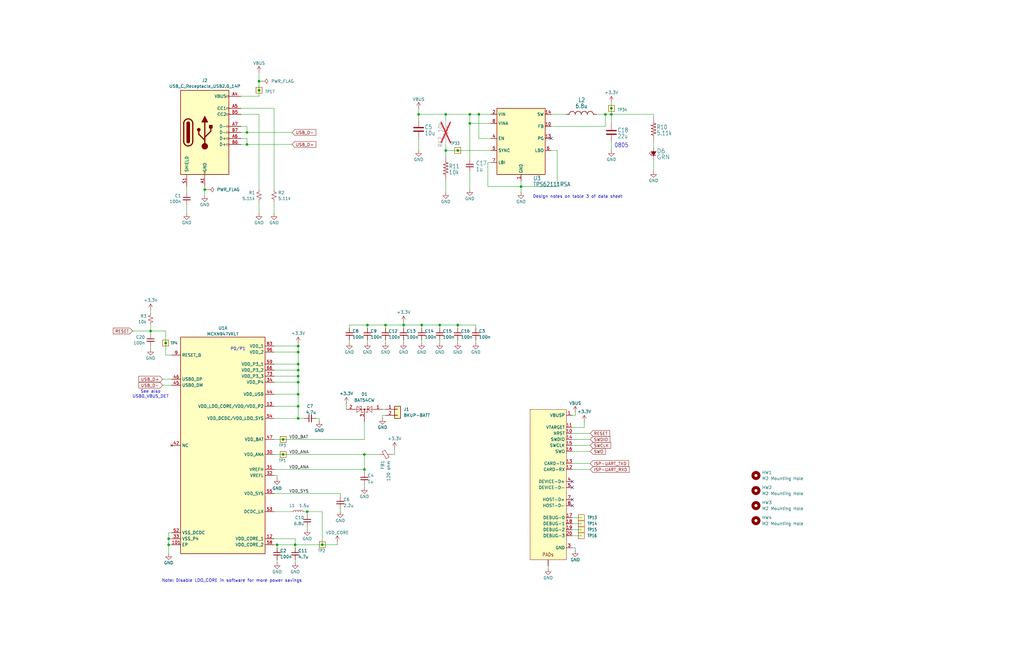
<source format=kicad_sch>
(kicad_sch (version 20250114) (generator "eeschema") (generator_version "9.0")
  (paper "B")
  (title_block (title "MCNX947KVLT Breakout") (date "2025-07-19") (rev "1.1") (company "Portland State Aerospace Society"))
  (text "See also\nUSB0_VBUS_DET" (at 63.5 166.37 0) (effects (font (size 1.27 1.27))))
  (text "P0/P1" (at 100.33 147.32 0) (effects (font (size 1.27 1.27))))
  (text "Note: Disable LDO_CORE in software for more power savings" (at 97.79 245.11 0) (effects (font (size 1.27 1.27))))
  (text "0805" (at 259.08 62.484 0) (effects (font (size 1.778 1.5113)) (justify left bottom)))
  (text "Design notes on table 3 of data sheet" (at 243.586 83.058 0) (effects (font (size 1.27 1.27))))
  (junction (at 119.38 191.77))
  (junction (at 119.38 185.42))
  (junction (at 104.14 55.88))
  (junction (at 104.14 60.96))
  (junction (at 125.73 176.53))
  (junction (at 177.8 137.16))
  (junction (at 193.04 63.5))
  (junction (at 86.36 80.01))
  (junction (at 170.18 137.16))
  (junction (at 187.96 48.26))
  (junction (at 219.71 78.74))
  (junction (at 198.12 52.07))
  (junction (at 154.94 137.16))
  (junction (at 255.27 48.26))
  (junction (at 162.56 137.16))
  (junction (at 257.81 48.26))
  (junction (at 185.42 137.16))
  (junction (at 201.93 48.26))
  (junction (at 71.12 229.87))
  (junction (at 109.22 38.1))
  (junction (at 153.67 191.77))
  (junction (at 125.73 161.29))
  (junction (at 116.84 229.87))
  (junction (at 176.53 48.26))
  (junction (at 153.67 198.12))
  (junction (at 109.22 34.29))
  (junction (at 257.81 45.72))
  (junction (at 124.46 229.87))
  (junction (at 129.54 215.9))
  (junction (at 187.96 63.5))
  (junction (at 125.73 171.45))
  (junction (at 125.73 156.21))
  (junction (at 198.12 48.26))
  (junction (at 71.12 227.33))
  (junction (at 63.5 139.7))
  (junction (at 69.85 144.78))
  (junction (at 125.73 158.75))
  (junction (at 125.73 166.37))
  (junction (at 135.89 229.87))
  (junction (at 193.04 137.16))
  (junction (at 125.73 146.05))
  (junction (at 125.73 153.67))
  (junction (at 125.73 148.59))
  (no_connect (at 241.3 205.74))
  (no_connect (at 241.3 210.82))
  (no_connect (at 232.41 58.42))
  (no_connect (at 241.3 203.2))
  (no_connect (at 241.3 213.36))
  (wire (pts (xy 207.01 52.07) (xy 198.12 52.07)))
  (wire (pts (xy 101.6 48.26) (xy 109.22 48.26)))
  (wire (pts (xy 129.54 217.17) (xy 129.54 215.9)))
  (wire (pts (xy 119.38 185.42) (xy 115.57 185.42)))
  (wire (pts (xy 69.85 139.7) (xy 69.85 144.78)))
  (wire (pts (xy 257.81 59.69) (xy 257.81 63.5)) (stroke (width 0.1524)))
  (wire (pts (xy 72.39 162.56) (xy 68.58 162.56)))
  (wire (pts (xy 234.95 63.5) (xy 234.95 78.74)) (stroke (width 0.1524)))
  (wire (pts (xy 241.3 182.88) (xy 248.92 182.88)))
  (wire (pts (xy 123.19 215.9) (xy 115.57 215.9)))
  (wire (pts (xy 207.01 58.42) (xy 201.93 58.42)))
  (wire (pts (xy 255.27 48.26) (xy 257.81 48.26)) (stroke (width 0.1524)))
  (wire (pts (xy 187.96 66.04) (xy 187.96 63.5)) (stroke (width 0.1524)))
  (wire (pts (xy 142.24 228.6) (xy 142.24 229.87)))
  (wire (pts (xy 241.3 185.42) (xy 248.92 185.42)))
  (wire (pts (xy 241.3 218.44) (xy 245.11 218.44)))
  (wire (pts (xy 166.37 191.77) (xy 166.37 189.23)))
  (wire (pts (xy 176.53 48.26) (xy 176.53 45.72)) (stroke (width 0.1524)))
  (wire (pts (xy 78.74 81.28) (xy 78.74 78.74)))
  (wire (pts (xy 125.73 161.29) (xy 115.57 161.29)))
  (wire (pts (xy 101.6 45.72) (xy 115.57 45.72)))
  (wire (pts (xy 115.57 229.87) (xy 116.84 229.87)))
  (wire (pts (xy 257.81 43.18) (xy 257.81 45.72)) (stroke (width 0.1524)))
  (wire (pts (xy 205.74 78.74) (xy 219.71 78.74)) (stroke (width 0.1524)))
  (wire (pts (xy 176.53 60.96) (xy 176.53 63.5)))
  (wire (pts (xy 109.22 48.26) (xy 109.22 80.01)))
  (wire (pts (xy 101.6 58.42) (xy 104.14 58.42)))
  (wire (pts (xy 257.81 48.26) (xy 275.59 48.26)) (stroke (width 0.1524)))
  (wire (pts (xy 71.12 224.79) (xy 71.12 227.33)))
  (wire (pts (xy 125.73 156.21) (xy 115.57 156.21)))
  (wire (pts (xy 129.54 215.9) (xy 135.89 215.9)))
  (wire (pts (xy 170.18 137.16) (xy 170.18 138.43)))
  (wire (pts (xy 115.57 176.53) (xy 125.73 176.53)))
  (wire (pts (xy 231.14 240.03) (xy 231.14 238.76)))
  (wire (pts (xy 147.32 137.16) (xy 147.32 138.43)))
  (wire (pts (xy 143.51 214.63) (xy 143.51 215.9)))
  (wire (pts (xy 177.8 137.16) (xy 185.42 137.16)))
  (wire (pts (xy 69.85 149.86) (xy 72.39 149.86)))
  (wire (pts (xy 134.62 176.53) (xy 133.35 176.53)))
  (wire (pts (xy 176.53 58.42) (xy 176.53 60.96)) (stroke (width 0.1524)))
  (wire (pts (xy 134.62 177.8) (xy 134.62 176.53)))
  (wire (pts (xy 63.5 137.16) (xy 63.5 139.7)))
  (wire (pts (xy 162.56 175.26) (xy 161.29 175.26)))
  (wire (pts (xy 187.96 50.8) (xy 187.96 48.26)) (stroke (width 0.1524)))
  (wire (pts (xy 246.38 180.34) (xy 246.38 177.8)))
  (wire (pts (xy 72.39 224.79) (xy 71.12 224.79)))
  (wire (pts (xy 185.42 143.51) (xy 185.42 144.78)))
  (wire (pts (xy 162.56 137.16) (xy 162.56 138.43)))
  (wire (pts (xy 146.05 170.18) (xy 146.05 172.72)))
  (wire (pts (xy 109.22 38.1) (xy 109.22 40.64)))
  (wire (pts (xy 154.94 137.16) (xy 162.56 137.16)))
  (wire (pts (xy 71.12 227.33) (xy 71.12 229.87)))
  (wire (pts (xy 129.54 215.9) (xy 128.27 215.9)))
  (wire (pts (xy 109.22 34.29) (xy 110.49 34.29)))
  (wire (pts (xy 193.04 143.51) (xy 193.04 144.78)))
  (wire (pts (xy 125.73 148.59) (xy 125.73 153.67)))
  (wire (pts (xy 104.14 53.34) (xy 104.14 55.88)))
  (wire (pts (xy 251.46 48.26) (xy 255.27 48.26)) (stroke (width 0.1524)))
  (wire (pts (xy 147.32 143.51) (xy 147.32 144.78)))
  (wire (pts (xy 69.85 139.7) (xy 63.5 139.7)))
  (wire (pts (xy 187.96 63.5) (xy 193.04 63.5)) (stroke (width 0.1524)))
  (wire (pts (xy 198.12 74.93) (xy 198.12 80.01)) (stroke (width 0.1524)))
  (wire (pts (xy 116.84 229.87) (xy 124.46 229.87)))
  (wire (pts (xy 109.22 34.29) (xy 109.22 38.1)))
  (wire (pts (xy 125.73 161.29) (xy 125.73 158.75)))
  (wire (pts (xy 275.59 48.26) (xy 275.59 49.53)) (stroke (width 0.1524)))
  (wire (pts (xy 177.8 143.51) (xy 177.8 144.78)))
  (wire (pts (xy 241.3 223.52) (xy 245.11 223.52)))
  (wire (pts (xy 115.57 45.72) (xy 115.57 80.01)))
  (wire (pts (xy 241.3 190.5) (xy 248.92 190.5)))
  (wire (pts (xy 275.59 67.31) (xy 275.59 72.39)) (stroke (width 0.1524)))
  (wire (pts (xy 176.53 48.26) (xy 187.96 48.26)) (stroke (width 0.1524)))
  (wire (pts (xy 170.18 143.51) (xy 170.18 144.78)))
  (wire (pts (xy 119.38 191.77) (xy 115.57 191.77)))
  (wire (pts (xy 177.8 137.16) (xy 177.8 138.43)))
  (wire (pts (xy 115.57 85.09) (xy 115.57 90.17)))
  (wire (pts (xy 153.67 198.12) (xy 153.67 199.39)))
  (wire (pts (xy 193.04 137.16) (xy 193.04 138.43)))
  (wire (pts (xy 72.39 227.33) (xy 71.12 227.33)))
  (wire (pts (xy 185.42 137.16) (xy 193.04 137.16)))
  (wire (pts (xy 205.74 68.58) (xy 205.74 78.74)) (stroke (width 0.1524)))
  (wire (pts (xy 198.12 52.07) (xy 198.12 48.26)))
  (wire (pts (xy 185.42 137.16) (xy 185.42 138.43)))
  (wire (pts (xy 187.96 63.5) (xy 187.96 60.96)) (stroke (width 0.1524)))
  (wire (pts (xy 198.12 72.39) (xy 198.12 74.93)))
  (wire (pts (xy 154.94 143.51) (xy 154.94 144.78)))
  (wire (pts (xy 101.6 53.34) (xy 104.14 53.34)))
  (wire (pts (xy 193.04 63.5) (xy 207.01 63.5)))
  (wire (pts (xy 147.32 137.16) (xy 154.94 137.16)))
  (wire (pts (xy 125.73 153.67) (xy 125.73 156.21)))
  (wire (pts (xy 115.57 153.67) (xy 125.73 153.67)))
  (wire (pts (xy 237.49 48.26) (xy 238.76 48.26)))
  (wire (pts (xy 154.94 137.16) (xy 154.94 138.43)))
  (wire (pts (xy 124.46 227.33) (xy 115.57 227.33)))
  (wire (pts (xy 242.57 231.14) (xy 242.57 232.41)))
  (wire (pts (xy 71.12 229.87) (xy 71.12 233.68)))
  (wire (pts (xy 125.73 144.78) (xy 125.73 146.05)))
  (wire (pts (xy 176.53 50.8) (xy 176.53 48.26)) (stroke (width 0.1524)))
  (wire (pts (xy 109.22 30.48) (xy 109.22 34.29)))
  (wire (pts (xy 125.73 158.75) (xy 115.57 158.75)))
  (wire (pts (xy 124.46 229.87) (xy 124.46 227.33)))
  (wire (pts (xy 104.14 58.42) (xy 104.14 60.96)))
  (wire (pts (xy 232.41 48.26) (xy 237.49 48.26)) (stroke (width 0.1524)))
  (wire (pts (xy 101.6 55.88) (xy 104.14 55.88)))
  (wire (pts (xy 241.3 180.34) (xy 246.38 180.34)))
  (wire (pts (xy 63.5 130.81) (xy 63.5 132.08)))
  (wire (pts (xy 200.66 143.51) (xy 200.66 144.78)))
  (wire (pts (xy 63.5 146.05) (xy 63.5 147.32)))
  (wire (pts (xy 170.18 137.16) (xy 177.8 137.16)))
  (wire (pts (xy 255.27 53.34) (xy 255.27 48.26)) (stroke (width 0.1524)))
  (wire (pts (xy 63.5 139.7) (xy 55.88 139.7)))
  (wire (pts (xy 198.12 48.26) (xy 201.93 48.26)) (stroke (width 0.1524)))
  (wire (pts (xy 232.41 53.34) (xy 255.27 53.34)) (stroke (width 0.1524)))
  (wire (pts (xy 125.73 166.37) (xy 125.73 171.45)))
  (wire (pts (xy 232.41 63.5) (xy 234.95 63.5)) (stroke (width 0.1524)))
  (wire (pts (xy 125.73 176.53) (xy 128.27 176.53)))
  (wire (pts (xy 116.84 229.87) (xy 116.84 231.14)))
  (wire (pts (xy 241.3 195.58) (xy 248.92 195.58)))
  (wire (pts (xy 234.95 78.74) (xy 219.71 78.74)) (stroke (width 0.1524)))
  (wire (pts (xy 125.73 158.75) (xy 125.73 156.21)))
  (wire (pts (xy 162.56 143.51) (xy 162.56 144.78)))
  (wire (pts (xy 219.71 76.2) (xy 219.71 78.74)))
  (wire (pts (xy 125.73 148.59) (xy 115.57 148.59)))
  (wire (pts (xy 115.57 208.28) (xy 143.51 208.28)))
  (wire (pts (xy 166.37 191.77) (xy 165.1 191.77)))
  (wire (pts (xy 143.51 208.28) (xy 143.51 209.55)))
  (wire (pts (xy 119.38 185.42) (xy 153.67 185.42)))
  (wire (pts (xy 115.57 198.12) (xy 153.67 198.12)))
  (wire (pts (xy 241.3 231.14) (xy 242.57 231.14)))
  (wire (pts (xy 160.02 191.77) (xy 153.67 191.77)))
  (wire (pts (xy 78.74 86.36) (xy 78.74 90.17)))
  (wire (pts (xy 187.96 76.2) (xy 187.96 81.28)) (stroke (width 0.1524)))
  (wire (pts (xy 72.39 160.02) (xy 68.58 160.02)))
  (wire (pts (xy 104.14 60.96) (xy 123.19 60.96)))
  (wire (pts (xy 257.81 48.26) (xy 257.81 45.72)) (stroke (width 0.1524)))
  (wire (pts (xy 242.57 175.26) (xy 241.3 175.26)))
  (wire (pts (xy 161.29 175.26) (xy 161.29 176.53)))
  (wire (pts (xy 135.89 229.87) (xy 124.46 229.87)))
  (wire (pts (xy 104.14 55.88) (xy 123.19 55.88)))
  (wire (pts (xy 142.24 229.87) (xy 135.89 229.87)))
  (wire (pts (xy 86.36 80.01) (xy 87.63 80.01)))
  (wire (pts (xy 275.59 59.69) (xy 275.59 62.23)))
  (wire (pts (xy 86.36 80.01) (xy 86.36 82.55)))
  (wire (pts (xy 170.18 135.89) (xy 170.18 137.16)))
  (wire (pts (xy 200.66 137.16) (xy 200.66 138.43)))
  (wire (pts (xy 116.84 200.66) (xy 116.84 201.93)))
  (wire (pts (xy 241.3 198.12) (xy 248.92 198.12)))
  (wire (pts (xy 153.67 205.74) (xy 153.67 204.47)))
  (wire (pts (xy 86.36 78.74) (xy 86.36 80.01)))
  (wire (pts (xy 201.93 48.26) (xy 201.93 58.42)))
  (wire (pts (xy 119.38 191.77) (xy 153.67 191.77)))
  (wire (pts (xy 205.74 68.58) (xy 207.01 68.58)))
  (wire (pts (xy 193.04 137.16) (xy 200.66 137.16)))
  (wire (pts (xy 162.56 137.16) (xy 170.18 137.16)))
  (wire (pts (xy 257.81 48.26) (xy 257.81 52.07)))
  (wire (pts (xy 109.22 85.09) (xy 109.22 90.17)))
  (wire (pts (xy 162.56 172.72) (xy 161.29 172.72)))
  (wire (pts (xy 242.57 173.99) (xy 242.57 175.26)))
  (wire (pts (xy 125.73 161.29) (xy 125.73 166.37)))
  (wire (pts (xy 124.46 229.87) (xy 124.46 231.14)))
  (wire (pts (xy 125.73 166.37) (xy 115.57 166.37)))
  (wire (pts (xy 115.57 171.45) (xy 125.73 171.45)))
  (wire (pts (xy 198.12 52.07) (xy 198.12 67.31)))
  (wire (pts (xy 241.3 220.98) (xy 245.11 220.98)))
  (wire (pts (xy 124.46 236.22) (xy 124.46 237.49)))
  (wire (pts (xy 115.57 200.66) (xy 116.84 200.66)))
  (wire (pts (xy 201.93 48.26) (xy 207.01 48.26)) (stroke (width 0.1524)))
  (wire (pts (xy 153.67 185.42) (xy 153.67 177.8)))
  (wire (pts (xy 125.73 171.45) (xy 125.73 176.53)))
  (wire (pts (xy 71.12 229.87) (xy 72.39 229.87)))
  (wire (pts (xy 101.6 40.64) (xy 109.22 40.64)))
  (wire (pts (xy 125.73 148.59) (xy 125.73 146.05)))
  (wire (pts (xy 129.54 222.25) (xy 129.54 223.52)))
  (wire (pts (xy 135.89 215.9) (xy 135.89 229.87)))
  (wire (pts (xy 69.85 144.78) (xy 69.85 149.86)))
  (wire (pts (xy 101.6 60.96) (xy 104.14 60.96)))
  (wire (pts (xy 153.67 191.77) (xy 153.67 198.12)))
  (wire (pts (xy 63.5 140.97) (xy 63.5 139.7)))
  (wire (pts (xy 125.73 146.05) (xy 115.57 146.05)))
  (wire (pts (xy 241.3 187.96) (xy 248.92 187.96)))
  (wire (pts (xy 187.96 48.26) (xy 198.12 48.26)) (stroke (width 0.1524)))
  (wire (pts (xy 116.84 236.22) (xy 116.84 237.49)))
  (wire (pts (xy 219.71 78.74) (xy 219.71 81.28)) (stroke (width 0.1524)))
  (wire (pts (xy 241.3 226.06) (xy 245.11 226.06)))
  (label "VDD_SYS" (at 121.92 208.28 0))
  (label "VDD_ANA" (at 121.92 191.77 0))
  (label "VDD_BAT" (at 121.92 185.42 0))
  (label "VDD_ANA" (at 121.92 198.12 0))
  (global_label "USB_D-" (shape input) (at 123.19 55.88 0) (property "Intersheetrefs" "${INTERSHEET_REFS}" (effects (hide yes))))
  (global_label "ISP-UART_RXD" (shape input) (at 248.92 198.12 0) (property "Intersheetrefs" "${INTERSHEET_REFS}" (effects (hide yes))))
  (global_label "ISP-UART_TXD" (shape input) (at 248.92 195.58 0) (property "Intersheetrefs" "${INTERSHEET_REFS}" (effects (hide yes))))
  (global_label "RESET" (shape input) (at 248.92 182.88 0) (property "Intersheetrefs" "${INTERSHEET_REFS}" (effects (hide yes))))
  (global_label "USB_D+" (shape input) (at 123.19 60.96 0) (property "Intersheetrefs" "${INTERSHEET_REFS}" (effects (hide yes))))
  (global_label "SWDIO" (shape input) (at 248.92 185.42 0) (property "Intersheetrefs" "${INTERSHEET_REFS}" (effects (hide yes))))
  (global_label "RESET" (shape input) (at 55.88 139.7 180) (property "Intersheetrefs" "${INTERSHEET_REFS}" (effects (hide yes))))
  (global_label "USB_D+" (shape input) (at 68.58 160.02 180) (property "Intersheetrefs" "${INTERSHEET_REFS}" (effects (hide yes))))
  (global_label "SWO" (shape input) (at 248.92 190.5 0) (property "Intersheetrefs" "${INTERSHEET_REFS}" (effects (hide yes))))
  (global_label "SWCLK" (shape input) (at 248.92 187.96 0) (property "Intersheetrefs" "${INTERSHEET_REFS}" (effects (hide yes))))
  (global_label "USB_D-" (shape input) (at 68.58 162.56 180) (property "Intersheetrefs" "${INTERSHEET_REFS}" (effects (hide yes))))
  (symbol (lib_id "oresat-misc:Test-Point-0.75mm-th") (at 119.38 185.42 90) (mirror x) (unit 1) (exclude_from_sim yes) (in_bom no)
    (property "Reference" "TP3" (at 120.65 187.96 90) (effects (font (size 1.27 1.0795)) (justify left)))
    (property "Value" "Test-Point" (effects (hide yes)))
    (property "Footprint" "oresat-misc:TestPoint-0.75mm-th" (effects (hide yes)))
    (property "Description" "0.75 mm TH test point; good for scope probes and jumpers" (effects (hide yes)))
  )
  (symbol (lib_id "Device:R_Small_US") (at 109.22 82.55 0) (mirror x) (unit 1)
    (property "Reference" "R1" (at 107.569 81.3378 0) (effects (justify right)))
    (property "Value" "5.11k" (at 107.569 83.7621 0) (effects (justify right)))
    (property "Footprint" "oresat-passives:0603-C-NOSILK" (effects (hide yes)))
    (property "Datasheet" "https://www.seielect.com/catalog/sei-rmcf_rmcp.pdf" (effects (hide yes)))
    (property "Description" "5.11 kOhms ±1% 0.1W, 1/10W Chip Resistor 0603 (1608 Metric) Automotive AEC-Q200 Thick Film" (effects (hide yes)))
    (property "MFR" "Stackpole Electronics Inc" (effects (hide yes)))
    (property "MPN" "RMCF0603FT5K11" (effects (hide yes)))
    (property "DIS" "DigiKey" (effects (hide yes)))
    (property "DPN" "RMCF0603FT5K11CT-ND" (effects (hide yes)))
  )
  (symbol (lib_id "power:VBUS") (at 176.53 45.72 0) (unit 1)
    (property "Reference" "#PWR030" (effects (hide yes)))
    (property "Value" "VBUS" (at 176.53 41.91 0))
    (property "Description" "Power symbol creates a global label with name \"VBUS\"" (effects (hide yes)))
  )
  (symbol (lib_id "oresat-passives:L_BIG") (at 245.11 48.26 90) (unit 1)
    (property "Reference" "L2" (at 243.84 43.18 90) (effects (font (size 1.778 1.5113)) (justify right top)))
    (property "Value" "6.8u" (at 242.57 45.72 90) (effects (font (size 1.778 1.5113)) (justify right top)))
    (property "Footprint" "oresat-passives:L_ECS-MPI4040" (effects (hide yes)))
    (property "Datasheet" "https://ecsxtal.com/store/pdf/ECS-MPI4040.pdf" (effects (hide yes)))
    (property "Description" "6.8 µH Shielded Inductor 2.4 A 91mOhm 1816 (4540 Metric)" (effects (hide yes)))
    (property "DIS" "DigiKey" (effects (hide yes)))
    (property "DPN" "XC2337CT-ND" (effects (hide yes)))
    (property "MFR" "ECS" (effects (hide yes)))
    (property "MPN" "ECS-MPI4040R4-6R8-R" (effects (hide yes)))
  )
  (symbol (lib_id "power:GND") (at 116.84 201.93 0) (mirror y) (unit 1)
    (property "Reference" "#PWR023" (effects (hide yes)))
    (property "Value" "GND" (at 116.84 206.0631 0))
    (property "Description" "Power symbol creates a global label with name \"GND\" , ground" (effects (hide yes)))
  )
  (symbol (lib_id "power:GND") (at 143.51 215.9 0) (unit 1)
    (property "Reference" "#PWR010" (effects (hide yes)))
    (property "Value" "GND" (at 143.51 219.71 0))
    (property "Description" "Power symbol creates a global label with name \"GND\" , ground" (effects (hide yes)))
  )
  (symbol (lib_id "Device:C_Small") (at 130.81 176.53 90) (unit 1)
    (property "Reference" "C7" (at 132.08 171.45 90) (effects (justify left)))
    (property "Value" "4.7u" (at 133.35 173.99 90) (effects (justify left)))
    (property "Footprint" "oresat-passives:0603-C-NOSILK" (effects (hide yes)))
    (property "Datasheet" "https://mm.digikey.com/Volume0/opasdata/d220001/medias/docus/727/EMK107BBJ475KAHT_SS.pdf" (effects (hide yes)))
    (property "Description" "4.7 µF ±10% 16V Ceramic Capacitor X5R 0603 (1608 Metric)" (effects (hide yes)))
    (property "MFR" "Taiyo Yuden" (effects (hide yes)))
    (property "MPN" "EMK107BBJ475KAHT" (effects (hide yes)))
    (property "DIS" "DigiKey" (effects (hide yes)))
    (property "DPN" "587-4332-1-ND" (effects (hide yes)))
  )
  (symbol (lib_id "Device:C_Small") (at 129.54 219.71 0) (mirror y) (unit 1)
    (property "Reference" "C10" (at 128.27 218.44 0) (effects (justify left)))
    (property "Value" "6.8u" (at 128.27 220.98 0) (effects (justify left)))
    (property "Footprint" "oresat-passives:0805-C-NOSILK" (effects (hide yes)))
    (property "Datasheet" "https://product.tdk.com/system/files/dam/doc/product/capacitor/ceramic/mlcc/catalog/mlcc_automotive_general_en.pdf" (effects (hide yes)))
    (property "Description" "6.8 µF ±10% 16V Ceramic Capacitor X5R 0805 (2012 Metric)" (effects (hide yes)))
    (property "MFR" "TDK Corporation" (effects (hide yes)))
    (property "MPN" "CGA4J1X5R1C685K125AC" (effects (hide yes)))
    (property "DIS" "DigiKey" (effects (hide yes)))
    (property "DPN" "445-12661-1-ND" (effects (hide yes)))
  )
  (symbol (lib_id "power:GND") (at 198.12 80.01 0) (unit 1)
    (property "Reference" "#GND068" (effects (hide yes)))
    (property "Value" "GND" (at 198.12 83.82 0))
    (property "Description" "Power symbol creates a global label with name \"GND\" , ground" (effects (hide yes)))
  )
  (symbol (lib_id "Device:C") (at 176.53 54.61 0) (unit 1)
    (property "Reference" "C5" (at 179.07 54.61 0) (effects (font (size 1.778 1.5113)) (justify left bottom)))
    (property "Value" "10u" (at 179.07 57.15 0) (effects (font (size 1.778 1.5113)) (justify left bottom)))
    (property "Footprint" "oresat-passives:0603-C-NOSILK" (effects (hide yes)))
    (property "Datasheet" "https://search.murata.co.jp/Ceramy/image/img/A01X/G101/ENG/GRM188R61E106KA73-01.pdf" (effects (hide yes)))
    (property "Description" "10 µF ±10% 25V Ceramic Capacitor X5R 0603 (1608 Metric)" (effects (hide yes)))
    (property "DIS" "DigiKey" (effects (hide yes)))
    (property "DPN" "490-18214-1-ND" (effects (hide yes)))
    (property "MFR" "Murata Electronics" (effects (hide yes)))
    (property "MPN" "GRM188R61E106KA73D" (effects (hide yes)))
  )
  (symbol (lib_id "Device:C_Small") (at 154.94 140.97 0) (unit 1)
    (property "Reference" "C9" (at 156.21 139.7 0) (effects (justify left)))
    (property "Value" "100n" (at 156.21 142.24 0) (effects (justify left)))
    (property "Footprint" "oresat-passives:0603-C-NOSILK" (effects (hide yes)))
    (property "Datasheet" "https://mm.digikey.com/Volume0/opasdata/d220001/medias/docus/1068/TMK107BJ104KAHT_SS.pdf" (effects (hide yes)))
    (property "Description" "100 nF (0.1µF) ±10% 25V Ceramic Capacitor X5R 0603 (1608 Metric)" (effects (hide yes)))
    (property "MFR" "Taiyo Yuden" (effects (hide yes)))
    (property "MPN" "TMK107BJ104KAHT" (effects (hide yes)))
    (property "DIS" "DigiKey" (effects (hide yes)))
    (property "DPN" "587-3472-1-ND" (effects (hide yes)))
  )
  (symbol (lib_id "power:GND") (at 219.71 81.28 0) (unit 1)
    (property "Reference" "#GND067" (effects (hide yes)))
    (property "Value" "GND" (at 219.71 85.09 0))
    (property "Description" "Power symbol creates a global label with name \"GND\" , ground" (effects (hide yes)))
  )
  (symbol (lib_id "oresat-misc:Test-Point-0.75mm-th") (at 69.85 144.78 90) (mirror x) (unit 1) (exclude_from_sim yes) (in_bom no)
    (property "Reference" "TP4" (at 74.93 144.78 90) (effects (font (size 1.27 1.0795)) (justify left)))
    (property "Value" "Test-Point" (effects (hide yes)))
    (property "Footprint" "oresat-misc:TestPoint-0.75mm-th" (effects (hide yes)))
    (property "Description" "0.75 mm TH test point; good for scope probes and jumpers" (effects (hide yes)))
  )
  (symbol (lib_id "Mechanical:MountingHole") (at 318.77 200.66 0) (unit 1) (in_bom no)
    (property "Reference" "HW1" (at 321.31 199.3899 0) (effects (justify left)))
    (property "Value" "M2 Mounting Hole" (at 321.31 201.9299 0) (effects (justify left)))
    (property "Footprint" "oresat-misc:Hole-2.1mm-NPTH" (effects (hide yes)))
    (property "Description" "Mounting Hole without connection" (effects (hide yes)))
  )
  (symbol (lib_id "power:GND") (at 147.32 144.78 0) (unit 1)
    (property "Reference" "#PWR016" (effects (hide yes)))
    (property "Value" "GND" (at 147.32 148.59 0))
    (property "Description" "Power symbol creates a global label with name \"GND\" , ground" (effects (hide yes)))
  )
  (symbol (lib_id "power:PWR_FLAG") (at 87.63 80.01 270) (unit 1)
    (property "Reference" "#FLG02" (effects (hide yes)))
    (property "Value" "PWR_FLAG" (at 91.44 80.0099 90) (effects (justify left)))
    (property "Description" "Special symbol for telling ERC where power comes from" (effects (hide yes)))
  )
  (symbol (lib_id "oresat-ics:TPS6211X") (at 219.71 55.88 0) (unit 1)
    (property "Reference" "U3" (at 224.79 76.2 0) (effects (font (size 1.778 1.5113)) (justify left bottom)))
    (property "Value" "TPS62111RSA" (at 224.79 78.74 0) (effects (font (size 1.778 1.5113)) (justify left bottom)))
    (property "Footprint" "Package_DFN_QFN:Texas_RSA_VQFN-16-1EP_4x4mm_P0.65mm_EP2.7x2.7mm" (effects (hide yes)))
    (property "Datasheet" "https://www.ti.com/lit/ds/symlink/tps62110.pdf?ts=1752185757661&ref_url=https%253A%252F%252Fwww.google.com%252F" (effects (hide yes)))
    (property "Description" "Buck Switching Regulator IC Positive Fixed 3.3V 1 Output 1.5A 16-VQFN Exposed Pad" (effects (hide yes)))
    (property "DIS" "DigiKey" (effects (hide yes)))
    (property "DPN" "296-37681-2-ND" (effects (hide yes)))
    (property "MFR" "Texas Instruments" (effects (hide yes)))
    (property "MPN" "TPS62111RSAR" (effects (hide yes)))
  )
  (symbol (lib_id "Device:C_Small") (at 200.66 140.97 0) (unit 1)
    (property "Reference" "C3" (at 201.93 139.7 0) (effects (justify left)))
    (property "Value" "100n" (at 201.93 142.24 0) (effects (justify left)))
    (property "Footprint" "oresat-passives:0603-C-NOSILK" (effects (hide yes)))
    (property "Datasheet" "https://mm.digikey.com/Volume0/opasdata/d220001/medias/docus/1068/TMK107BJ104KAHT_SS.pdf" (effects (hide yes)))
    (property "Description" "100 nF (0.1µF) ±10% 25V Ceramic Capacitor X5R 0603 (1608 Metric)" (effects (hide yes)))
    (property "MFR" "Taiyo Yuden" (effects (hide yes)))
    (property "MPN" "TMK107BJ104KAHT" (effects (hide yes)))
    (property "DIS" "DigiKey" (effects (hide yes)))
    (property "DPN" "587-3472-1-ND" (effects (hide yes)))
  )
  (symbol (lib_id "Device:C_Small") (at 162.56 140.97 0) (unit 1)
    (property "Reference" "C12" (at 163.83 139.7 0) (effects (justify left)))
    (property "Value" "100n" (at 163.83 142.24 0) (effects (justify left)))
    (property "Footprint" "oresat-passives:0603-C-NOSILK" (effects (hide yes)))
    (property "Datasheet" "https://mm.digikey.com/Volume0/opasdata/d220001/medias/docus/1068/TMK107BJ104KAHT_SS.pdf" (effects (hide yes)))
    (property "Description" "100 nF (0.1µF) ±10% 25V Ceramic Capacitor X5R 0603 (1608 Metric)" (effects (hide yes)))
    (property "MFR" "Taiyo Yuden" (effects (hide yes)))
    (property "MPN" "TMK107BJ104KAHT" (effects (hide yes)))
    (property "DIS" "DigiKey" (effects (hide yes)))
    (property "DPN" "587-3472-1-ND" (effects (hide yes)))
  )
  (symbol (lib_id "oresat-misc:Test-Point-0.75mm-th") (at 193.04 63.5 0) (unit 1) (in_bom no)
    (property "Reference" "TP33" (at 189.738 61.214 0) (effects (font (size 1.27 1.0795)) (justify left bottom)))
    (property "Value" "Test-Point" (effects (hide yes)))
    (property "Footprint" "oresat-misc:TestPoint-0.75mm-th" (effects (hide yes)))
    (property "Description" "0.75 mm TH test point; good for scope probes and jumpers" (effects (hide yes)))
  )
  (symbol (lib_id "power:VDD") (at 142.24 228.6 0) (mirror y) (unit 1)
    (property "Reference" "#PWR012" (effects (hide yes)))
    (property "Value" "VDD_CORE" (at 142.24 224.79 0))
    (property "Description" "Power symbol creates a global label with name \"VDD_CORE\"" (effects (hide yes)))
  )
  (symbol (lib_id "Device:R_Small_US") (at 63.5 134.62 0) (mirror x) (unit 1)
    (property "Reference" "R3" (at 61.849 133.4078 0) (effects (justify right)))
    (property "Value" "10k" (at 61.849 135.8321 0) (effects (justify right)))
    (property "Footprint" "oresat-passives:0603-C-NOSILK" (effects (hide yes)))
    (property "Datasheet" "https://www.seielect.com/catalog/sei-rmcf_rmcp.pdf" (effects (hide yes)))
    (property "Description" "10 kOhms ±1% 0.1W, 1/10W Chip Resistor 0603 (1608 Metric) Automotive AEC-Q200 Thick Film" (effects (hide yes)))
    (property "MFR" "Stackpole Electronics Inc" (effects (hide yes)))
    (property "MPN" "RMCF0603FT10K0" (effects (hide yes)))
    (property "DIS" "DigiKey" (effects (hide yes)))
    (property "DPN" "RMCF0603FT10K0CT-ND" (effects (hide yes)))
  )
  (symbol (lib_id "power:GND") (at 257.81 63.5 0) (mirror y) (unit 1)
    (property "Reference" "#GND070" (effects (hide yes)))
    (property "Value" "GND" (at 257.81 67.31 0))
    (property "Description" "Power symbol creates a global label with name \"GND\" , ground" (effects (hide yes)))
  )
  (symbol (lib_id "Device:C_Small") (at 116.84 233.68 0) (unit 1)
    (property "Reference" "C2" (at 118.11 232.41 0) (effects (justify left)))
    (property "Value" "100n" (at 118.11 234.95 0) (effects (justify left)))
    (property "Footprint" "oresat-passives:0603-C-NOSILK" (effects (hide yes)))
    (property "Datasheet" "https://mm.digikey.com/Volume0/opasdata/d220001/medias/docus/1068/TMK107BJ104KAHT_SS.pdf" (effects (hide yes)))
    (property "Description" "100 nF (0.1µF) ±10% 25V Ceramic Capacitor X5R 0603 (1608 Metric)" (effects (hide yes)))
    (property "MFR" "Taiyo Yuden" (effects (hide yes)))
    (property "MPN" "TMK107BJ104KAHT" (effects (hide yes)))
    (property "DIS" "DigiKey" (effects (hide yes)))
    (property "DPN" "587-3472-1-ND" (effects (hide yes)))
  )
  (symbol (lib_id "Device:C_Small") (at 185.42 140.97 0) (unit 1)
    (property "Reference" "C15" (at 186.69 139.7 0) (effects (justify left)))
    (property "Value" "100n" (at 186.69 142.24 0) (effects (justify left)))
    (property "Footprint" "oresat-passives:0603-C-NOSILK" (effects (hide yes)))
    (property "Datasheet" "https://mm.digikey.com/Volume0/opasdata/d220001/medias/docus/1068/TMK107BJ104KAHT_SS.pdf" (effects (hide yes)))
    (property "Description" "100 nF (0.1µF) ±10% 25V Ceramic Capacitor X5R 0603 (1608 Metric)" (effects (hide yes)))
    (property "MFR" "Taiyo Yuden" (effects (hide yes)))
    (property "MPN" "TMK107BJ104KAHT" (effects (hide yes)))
    (property "DIS" "DigiKey" (effects (hide yes)))
    (property "DPN" "587-3472-1-ND" (effects (hide yes)))
  )
  (symbol (lib_id "power:GND") (at 193.04 144.78 0) (unit 1)
    (property "Reference" "#PWR028" (effects (hide yes)))
    (property "Value" "GND" (at 193.04 148.59 0))
    (property "Description" "Power symbol creates a global label with name \"GND\" , ground" (effects (hide yes)))
  )
  (symbol (lib_id "power:GND") (at 231.14 240.03 0) (unit 1)
    (property "Reference" "#PWR055" (effects (hide yes)))
    (property "Value" "GND" (at 231.14 243.84 0))
    (property "Description" "Power symbol creates a global label with name \"GND\" , ground" (effects (hide yes)))
  )
  (symbol (lib_id "oresat-connectors:ORESAT-DEBUG-CONNECTOR-ALL") (at 229.87 203.2 0) (unit 1)
    (property "Reference" "J7" (effects (hide yes)))
    (property "Value" "OreSat Debug" (effects (hide yes)))
    (property "Footprint" "oresat-connectors:J-TE-2-1734592-0" (effects (hide yes)))
    (property "Datasheet" "https://www.te.com/usa-en/product-2-1734592-0.datasheet.pdf" (effects (hide yes)))
    (property "Description" "20 Position FPC Connector Contacts, Bottom 0.020\" (0.50mm) Surface Mount, Right Angle" (effects (hide yes)))
    (property "MFR" "TE" (effects (hide yes)))
    (property "MPN" "2-1734592-0" (effects (hide yes)))
    (property "DIS" "DigiKey" (effects (hide yes)))
    (property "DPN" "A100287CT-ND" (effects (hide yes)))
  )
  (symbol (lib_id "oresat-passives:R-US") (at 187.96 71.12 90) (unit 1)
    (property "Reference" "R11" (at 189.23 71.12 90) (effects (font (size 1.778 1.5113)) (justify right top)))
    (property "Value" "10k" (at 189.23 73.66 90) (effects (font (size 1.778 1.5113)) (justify right top)))
    (property "Footprint" "oresat-passives:0603-C-NOSILK" (effects (hide yes)))
    (property "Datasheet" "https://www.seielect.com/catalog/sei-rmcf_rmcp.pdf" (effects (hide yes)))
    (property "Description" "10 kOhms ±1% 0.1W, 1/10W Chip Resistor 0603 (1608 Metric) Automotive AEC-Q200 Thick Film" (effects (hide yes)))
    (property "DIS" "DigiKey" (effects (hide yes)))
    (property "DPN" "RMCF0603FT10K0CT-ND" (effects (hide yes)))
    (property "MFR" "Stackpole Electronics Inc" (effects (hide yes)))
    (property "MPN" "RMCF0603FT10K0" (effects (hide yes)))
  )
  (symbol (lib_id "Device:C_Small") (at 143.51 212.09 0) (unit 1)
    (property "Reference" "C6" (at 144.78 210.82 0) (effects (justify left)))
    (property "Value" "2.2u" (at 144.78 213.36 0) (effects (justify left)))
    (property "Footprint" "oresat-passives:0603-C-NOSILK" (effects (hide yes)))
    (property "Datasheet" "https://ds.yuden.co.jp/TYCOMPAS/ut/download?pn=MCASU105AB7683KFCA01&fileType=CS" (effects (hide yes)))
    (property "Description" "2.2 µF ±20% 25V Ceramic Capacitor X5R 0603 (1608 Metric)" (effects (hide yes)))
    (property "MFR" "Taiyo Yuden" (effects (hide yes)))
    (property "MPN" "TMK107BBJ225MAHT" (effects (hide yes)))
    (property "DIS" "DigiKey" (effects (hide yes)))
    (property "DPN" "587-4929-1-ND" (effects (hide yes)))
  )
  (symbol (lib_id "power:+3.3V") (at 146.05 170.18 0) (mirror y) (unit 1)
    (property "Reference" "#PWR013" (effects (hide yes)))
    (property "Value" "+3.3V" (at 146.05 166.0469 0))
    (property "Description" "Power symbol creates a global label with name \"+3.3V\"" (effects (hide yes)))
  )
  (symbol (lib_id "power:GND") (at 109.22 90.17 0) (unit 1)
    (property "Reference" "#PWR015" (effects (hide yes)))
    (property "Value" "GND" (at 109.22 93.98 0))
    (property "Description" "Power symbol creates a global label with name \"GND\" , ground" (effects (hide yes)))
  )
  (symbol (lib_id "oresat-misc:Test-Point-0.75mm-th") (at 119.38 191.77 90) (mirror x) (unit 1) (exclude_from_sim yes) (in_bom no)
    (property "Reference" "TP1" (at 120.65 194.31 90) (effects (font (size 1.27 1.0795)) (justify left)))
    (property "Value" "Test-Point" (effects (hide yes)))
    (property "Footprint" "oresat-misc:TestPoint-0.75mm-th" (effects (hide yes)))
    (property "Description" "0.75 mm TH test point; good for scope probes and jumpers" (effects (hide yes)))
  )
  (symbol (lib_id "power:GND") (at 86.36 82.55 0) (unit 1)
    (property "Reference" "#PWR04" (effects (hide yes)))
    (property "Value" "GND" (at 86.36 86.36 0))
    (property "Description" "Power symbol creates a global label with name \"GND\" , ground" (effects (hide yes)))
  )
  (symbol (lib_id "power:GND") (at 275.59 72.39 0) (mirror y) (unit 1)
    (property "Reference" "#GND05" (effects (hide yes)))
    (property "Value" "GND" (at 275.59 76.2 0))
    (property "Description" "Power symbol creates a global label with name \"GND\" , ground" (effects (hide yes)))
  )
  (symbol (lib_id "Device:FerriteBead_Small") (at 162.56 191.77 270) (mirror x) (unit 1)
    (property "Reference" "FB1" (at 161.328 194.31 0) (effects (justify right)))
    (property "Value" "120 ohm" (at 163.868 194.31 0) (effects (justify right)))
    (property "Footprint" "oresat-passives:0805-B-NOSILK" (effects (hide yes)))
    (property "Datasheet" "https://www.fair-rite.com/wp-content/themes/fair-rite/print_product.php?pid=19226" (effects (hide yes)))
    (property "Description" "120 Ohms @ 100 MHz 1 Signal Line Ferrite Bead 0805 (2012 Metric) 6A 25mOhm" (effects (hide yes)))
    (property "MFR" "Fair-Rite" (effects (hide yes)))
    (property "MPN" "2508051217Y6" (effects (hide yes)))
    (property "DIS" "DigiKey" (effects (hide yes)))
    (property "DPN" "1934-1472-1-ND" (effects (hide yes)))
  )
  (symbol (lib_id "power:GND") (at 115.57 90.17 0) (unit 1)
    (property "Reference" "#PWR017" (effects (hide yes)))
    (property "Value" "GND" (at 115.57 93.98 0))
    (property "Description" "Power symbol creates a global label with name \"GND\" , ground" (effects (hide yes)))
  )
  (symbol (lib_id "Device:C_Small") (at 124.46 233.68 0) (unit 1)
    (property "Reference" "C11" (at 125.73 232.41 0) (effects (justify left)))
    (property "Value" "4.7u" (at 125.73 234.95 0) (effects (justify left)))
    (property "Footprint" "oresat-passives:0603-C-NOSILK" (effects (hide yes)))
    (property "Datasheet" "https://mm.digikey.com/Volume0/opasdata/d220001/medias/docus/727/EMK107BBJ475KAHT_SS.pdf" (effects (hide yes)))
    (property "Description" "4.7 µF ±10% 16V Ceramic Capacitor X5R 0603 (1608 Metric)" (effects (hide yes)))
    (property "MFR" "Taiyo Yuden" (effects (hide yes)))
    (property "MPN" "EMK107BBJ475KAHT" (effects (hide yes)))
    (property "DIS" "DigiKey" (effects (hide yes)))
    (property "DPN" "587-4332-1-ND" (effects (hide yes)))
  )
  (symbol (lib_id "Device:C_Small") (at 153.67 201.93 0) (unit 1)
    (property "Reference" "C4" (at 154.94 200.66 0) (effects (justify left)))
    (property "Value" "1u" (at 154.94 203.2 0) (effects (justify left)))
    (property "Footprint" "oresat-passives:0603-C-NOSILK" (effects (hide yes)))
    (property "Datasheet" "https://mm.digikey.com/Volume0/opasdata/d220001/medias/docus/1801/TMK107BJ105KAHT_SS.pdf" (effects (hide yes)))
    (property "Description" "1µF ±10% 25V Ceramic Capacitor X5R 0603 (1608 Metric)" (effects (hide yes)))
    (property "MFR" "Taiyo Yuden" (effects (hide yes)))
    (property "MPN" "TMK107BJ105KAHT" (effects (hide yes)))
    (property "DIS" "DigiKey" (effects (hide yes)))
    (property "DPN" "587-3473-1-ND" (effects (hide yes)))
  )
  (symbol (lib_id "Device:LED_Small_Filled") (at 275.59 64.77 90) (unit 1)
    (property "Reference" "D6" (at 276.86 64.77 90) (effects (font (size 1.778 1.778)) (justify right top)))
    (property "Value" "GRN" (at 276.86 67.31 90) (effects (font (size 1.778 1.778)) (justify right top)))
    (property "Footprint" "LED_SMD:LED_0603_1608Metric" (effects (hide yes)))
    (property "Datasheet" "https://www.we-online.com/components/products/datasheet/150060GS75000.pdf" (effects (hide yes)))
    (property "Description" "Green 520nm LED Indication - Discrete 3.2V 0603 (1608 Metric) - 430 mcd @ 20 mA" (effects (hide yes)))
    (property "DIS" "DigiKey" (effects (hide yes)))
    (property "DPN" "732-4971-1-ND" (effects (hide yes)))
    (property "MFR" "Wurth" (effects (hide yes)))
    (property "MPN" "150060GS75000" (effects (hide yes)))
    (property "Sim.Device" "D" (effects (hide yes)))
    (property "Sim.Pins" "1=K 2=A" (effects (hide yes)))
  )
  (symbol (lib_id "power:GND") (at 170.18 144.78 0) (unit 1)
    (property "Reference" "#PWR024" (effects (hide yes)))
    (property "Value" "GND" (at 170.18 148.59 0))
    (property "Description" "Power symbol creates a global label with name \"GND\" , ground" (effects (hide yes)))
  )
  (symbol (lib_id "power:GND") (at 154.94 144.78 0) (unit 1)
    (property "Reference" "#PWR018" (effects (hide yes)))
    (property "Value" "GND" (at 154.94 148.59 0))
    (property "Description" "Power symbol creates a global label with name \"GND\" , ground" (effects (hide yes)))
  )
  (symbol (lib_id "power:VBUS") (at 109.22 30.48 0) (unit 1)
    (property "Reference" "#PWR014" (effects (hide yes)))
    (property "Value" "VBUS" (at 109.22 26.67 0))
    (property "Description" "Power symbol creates a global label with name \"VBUS\"" (effects (hide yes)))
  )
  (symbol (lib_id "power:PWR_FLAG") (at 110.49 34.29 270) (unit 1)
    (property "Reference" "#FLG03" (effects (hide yes)))
    (property "Value" "PWR_FLAG" (at 114.3 34.2899 90) (effects (justify left)))
    (property "Description" "Special symbol for telling ERC where power comes from" (effects (hide yes)))
  )
  (symbol (lib_id "oresat-misc:Test-Point-0.75mm-th") (at 245.11 223.52 0) (unit 1) (exclude_from_sim yes) (in_bom no)
    (property "Reference" "TP15" (at 247.65 223.5199 0) (effects (font (size 1.27 1.0795)) (justify left)))
    (property "Value" "Test-Point" (effects (hide yes)))
    (property "Footprint" "oresat-misc:TestPoint-0.75mm-th" (effects (hide yes)))
    (property "Description" "0.75 mm TH test point; good for scope probes and jumpers" (effects (hide yes)))
  )
  (symbol (lib_id "power:GND") (at 134.62 177.8 0) (mirror y) (unit 1)
    (property "Reference" "#PWR011" (effects (hide yes)))
    (property "Value" "GND" (at 134.62 181.61 0))
    (property "Description" "Power symbol creates a global label with name \"GND\" , ground" (effects (hide yes)))
  )
  (symbol (lib_id "oresat-misc:Test-Point-0.75mm-th") (at 245.11 220.98 0) (unit 1) (exclude_from_sim yes) (in_bom no)
    (property "Reference" "TP14" (at 247.65 220.9799 0) (effects (font (size 1.27 1.0795)) (justify left)))
    (property "Value" "Test-Point" (effects (hide yes)))
    (property "Footprint" "oresat-misc:TestPoint-0.75mm-th" (effects (hide yes)))
    (property "Description" "0.75 mm TH test point; good for scope probes and jumpers" (effects (hide yes)))
  )
  (symbol (lib_id "power:GND") (at 185.42 144.78 0) (unit 1)
    (property "Reference" "#PWR027" (effects (hide yes)))
    (property "Value" "GND" (at 185.42 148.59 0))
    (property "Description" "Power symbol creates a global label with name \"GND\" , ground" (effects (hide yes)))
  )
  (symbol (lib_id "power:GND") (at 176.53 63.5 0) (unit 1)
    (property "Reference" "#GND069" (effects (hide yes)))
    (property "Value" "GND" (at 176.53 67.31 0))
    (property "Description" "Power symbol creates a global label with name \"GND\" , ground" (effects (hide yes)))
  )
  (symbol (lib_id "oresat-misc:Test-Point-0.75mm-th") (at 257.81 45.72 0) (unit 1) (in_bom no)
    (property "Reference" "TP34" (at 260.35 46.99 0) (effects (font (size 1.27 1.0795)) (justify left bottom)))
    (property "Value" "Test-Point" (effects (hide yes)))
    (property "Footprint" "oresat-misc:TestPoint-0.75mm-th" (effects (hide yes)))
    (property "Description" "0.75 mm TH test point; good for scope probes and jumpers" (effects (hide yes)))
  )
  (symbol (lib_id "Mechanical:MountingHole") (at 318.77 219.71 0) (unit 1) (in_bom no)
    (property "Reference" "HW4" (at 321.31 218.4399 0) (effects (justify left)))
    (property "Value" "M2 Mounting Hole" (at 321.31 220.9799 0) (effects (justify left)))
    (property "Footprint" "oresat-misc:Hole-2.1mm-NPTH" (effects (hide yes)))
    (property "Description" "Mounting Hole without connection" (effects (hide yes)))
  )
  (symbol (lib_id "Device:C_Small") (at 170.18 140.97 0) (unit 1)
    (property "Reference" "C13" (at 171.45 139.7 0) (effects (justify left)))
    (property "Value" "100n" (at 171.45 142.24 0) (effects (justify left)))
    (property "Footprint" "oresat-passives:0603-C-NOSILK" (effects (hide yes)))
    (property "Datasheet" "https://mm.digikey.com/Volume0/opasdata/d220001/medias/docus/1068/TMK107BJ104KAHT_SS.pdf" (effects (hide yes)))
    (property "Description" "100 nF (0.1µF) ±10% 25V Ceramic Capacitor X5R 0603 (1608 Metric)" (effects (hide yes)))
    (property "MFR" "Taiyo Yuden" (effects (hide yes)))
    (property "MPN" "TMK107BJ104KAHT" (effects (hide yes)))
    (property "DIS" "DigiKey" (effects (hide yes)))
    (property "DPN" "587-3472-1-ND" (effects (hide yes)))
  )
  (symbol (lib_id "oresat-misc:Test-Point-0.75mm-th") (at 245.11 218.44 0) (unit 1) (exclude_from_sim yes) (in_bom no)
    (property "Reference" "TP13" (at 247.65 218.4399 0) (effects (font (size 1.27 1.0795)) (justify left)))
    (property "Value" "Test-Point" (effects (hide yes)))
    (property "Footprint" "oresat-misc:TestPoint-0.75mm-th" (effects (hide yes)))
    (property "Description" "0.75 mm TH test point; good for scope probes and jumpers" (effects (hide yes)))
  )
  (symbol (lib_id "power:GND") (at 78.74 90.17 0) (unit 1)
    (property "Reference" "#PWR02" (effects (hide yes)))
    (property "Value" "GND" (at 78.74 93.98 0))
    (property "Description" "Power symbol creates a global label with name \"GND\" , ground" (effects (hide yes)))
  )
  (symbol (lib_id "power:GND") (at 177.8 144.78 0) (unit 1)
    (property "Reference" "#PWR025" (effects (hide yes)))
    (property "Value" "GND" (at 177.8 148.59 0))
    (property "Description" "Power symbol creates a global label with name \"GND\" , ground" (effects (hide yes)))
  )
  (symbol (lib_id "oresat-passives:R-US") (at 275.59 54.61 90) (unit 1)
    (property "Reference" "R10" (at 276.86 54.61 90) (effects (font (size 1.778 1.5113)) (justify right top)))
    (property "Value" "5.11k" (at 276.86 57.15 90) (effects (font (size 1.778 1.5113)) (justify right top)))
    (property "Footprint" "oresat-passives:0603-C-NOSILK" (effects (hide yes)))
    (property "Datasheet" "https://www.seielect.com/catalog/sei-rmcf_rmcp.pdf" (effects (hide yes)))
    (property "Description" "5.11 kOhms ±1% 0.1W, 1/10W Chip Resistor 0603 (1608 Metric) Automotive AEC-Q200 Thick Film" (effects (hide yes)))
    (property "DIS" "DigiKey" (effects (hide yes)))
    (property "DPN" "RMCF0603FT5K11CT-ND" (effects (hide yes)))
    (property "MFR" "Stackpole Electronics Inc" (effects (hide yes)))
    (property "MPN" "RMCF0603FT5K11" (effects (hide yes)))
  )
  (symbol (lib_id "Device:C_Small") (at 147.32 140.97 0) (unit 1)
    (property "Reference" "C8" (at 148.59 139.7 0) (effects (justify left)))
    (property "Value" "100n" (at 148.59 142.24 0) (effects (justify left)))
    (property "Footprint" "oresat-passives:0603-C-NOSILK" (effects (hide yes)))
    (property "Datasheet" "https://mm.digikey.com/Volume0/opasdata/d220001/medias/docus/1068/TMK107BJ104KAHT_SS.pdf" (effects (hide yes)))
    (property "Description" "100 nF (0.1µF) ±10% 25V Ceramic Capacitor X5R 0603 (1608 Metric)" (effects (hide yes)))
    (property "MFR" "Taiyo Yuden" (effects (hide yes)))
    (property "MPN" "TMK107BJ104KAHT" (effects (hide yes)))
    (property "DIS" "DigiKey" (effects (hide yes)))
    (property "DPN" "587-3472-1-ND" (effects (hide yes)))
  )
  (symbol (lib_id "Device:C_Small") (at 63.5 143.51 0) (mirror y) (unit 1)
    (property "Reference" "C20" (at 61.1759 142.3041 0) (effects (justify left)))
    (property "Value" "100n" (at 61.1759 144.7284 0) (effects (justify left)))
    (property "Footprint" "oresat-passives:0603-C-NOSILK" (effects (hide yes)))
    (property "Datasheet" "https://mm.digikey.com/Volume0/opasdata/d220001/medias/docus/1068/TMK107BJ104KAHT_SS.pdf" (effects (hide yes)))
    (property "Description" "100 nF (0.1µF) ±10% 25V Ceramic Capacitor X5R 0603 (1608 Metric)" (effects (hide yes)))
    (property "MFR" "Taiyo Yuden" (effects (hide yes)))
    (property "MPN" "TMK107BJ104KAHT" (effects (hide yes)))
    (property "DIS" "DigiKey" (effects (hide yes)))
    (property "DPN" "587-3472-1-ND" (effects (hide yes)))
  )
  (symbol (lib_id "power:GND") (at 187.96 81.28 0) (unit 1)
    (property "Reference" "#GND071" (effects (hide yes)))
    (property "Value" "GND" (at 187.96 85.09 0))
    (property "Description" "Power symbol creates a global label with name \"GND\" , ground" (effects (hide yes)))
  )
  (symbol (lib_id "Diode:BAT54CW") (at 153.67 172.72 0) (mirror y) (unit 1)
    (property "Reference" "D1" (at 153.67 166.37 0))
    (property "Value" "BAT54CW" (at 153.67 168.91 0))
    (property "Footprint" "Package_TO_SOT_SMD:SOT-323_SC-70" (effects (hide yes)))
    (property "Datasheet" "https://assets.nexperia.com/documents/data-sheet/BAT54W_SER.pdf" (effects (hide yes)))
    (property "Description" "Diode Array 1 Pair Common Cathode 30 V 200mA (DC) Surface Mount SC-70, SOT-323" (effects (hide yes)))
    (property "MFR" "Nexperia" (effects (hide yes)))
    (property "MPN" "BAT54CW,115" (effects (hide yes)))
    (property "DIS" "DigiKey" (effects (hide yes)))
    (property "DPN" "1727-2903-1-ND" (effects (hide yes)))
  )
  (symbol (lib_id "Device:C") (at 257.81 55.88 0) (unit 1)
    (property "Reference" "C18" (at 260.35 55.88 0) (effects (font (size 1.778 1.5113)) (justify left bottom)))
    (property "Value" "22u" (at 260.35 58.42 0) (effects (font (size 1.778 1.5113)) (justify left bottom)))
    (property "Footprint" "oresat-passives:0805-C-NOSILK" (effects (hide yes)))
    (property "Datasheet" "https://search.murata.co.jp/Ceramy/image/img/A01X/G101/ENG/GRM21BR61E226ME44-01.pdf" (effects (hide yes)))
    (property "Description" "22 µF ±20% 25V Ceramic Capacitor X5R 0805 (2012 Metric)" (effects (hide yes)))
    (property "DIS" "DigiKey" (effects (hide yes)))
    (property "DPN" "490-9959-1-ND" (effects (hide yes)))
    (property "MFR" "Murata Electronics" (effects (hide yes)))
    (property "MPN" "GRM21BR61E226ME44L" (effects (hide yes)))
  )
  (symbol (lib_id "Device:C_Small") (at 177.8 140.97 0) (unit 1)
    (property "Reference" "C14" (at 179.07 139.7 0) (effects (justify left)))
    (property "Value" "100n" (at 179.07 142.24 0) (effects (justify left)))
    (property "Footprint" "oresat-passives:0603-C-NOSILK" (effects (hide yes)))
    (property "Datasheet" "https://mm.digikey.com/Volume0/opasdata/d220001/medias/docus/1068/TMK107BJ104KAHT_SS.pdf" (effects (hide yes)))
    (property "Description" "100 nF (0.1µF) ±10% 25V Ceramic Capacitor X5R 0603 (1608 Metric)" (effects (hide yes)))
    (property "MFR" "Taiyo Yuden" (effects (hide yes)))
    (property "MPN" "TMK107BJ104KAHT" (effects (hide yes)))
    (property "DIS" "DigiKey" (effects (hide yes)))
    (property "DPN" "587-3472-1-ND" (effects (hide yes)))
  )
  (symbol (lib_id "power:GND") (at 63.5 147.32 0) (mirror y) (unit 1)
    (property "Reference" "#PWR034" (effects (hide yes)))
    (property "Value" "GND" (at 63.5 151.13 0))
    (property "Description" "Power symbol creates a global label with name \"GND\" , ground" (effects (hide yes)))
  )
  (symbol (lib_id "power:GND") (at 116.84 237.49 0) (unit 1)
    (property "Reference" "#PWR06" (effects (hide yes)))
    (property "Value" "GND" (at 116.84 241.3 0))
    (property "Description" "Power symbol creates a global label with name \"GND\" , ground" (effects (hide yes)))
  )
  (symbol (lib_id "Mechanical:MountingHole") (at 318.77 213.36 0) (unit 1) (in_bom no)
    (property "Reference" "HW3" (at 321.31 212.0899 0) (effects (justify left)))
    (property "Value" "M2 Mounting Hole" (at 321.31 214.6299 0) (effects (justify left)))
    (property "Footprint" "oresat-misc:Hole-2.1mm-NPTH" (effects (hide yes)))
    (property "Description" "Mounting Hole without connection" (effects (hide yes)))
  )
  (symbol (lib_id "oresat-passives:R-US") (at 187.96 55.88 90) (unit 1) (dnp yes)
    (property "Reference" "R12" (at 186.69 62.23 0) (effects (font (size 1.778 1.5113)) (justify left bottom)))
    (property "Value" "10k" (at 186.69 55.88 0) (effects (font (size 1.778 1.5113)) (justify left bottom)))
    (property "Footprint" "oresat-passives:0603-C-NOSILK" (effects (hide yes)))
    (property "DIS" "Digi-Key" (effects (hide yes)))
    (property "DPN" "RNCP0603FTD10K0CT-ND  " (effects (hide yes)))
    (property "MFR" "Stackpole" (effects (hide yes)))
    (property "MPN" "RNCP0603FTD10K0" (effects (hide yes)))
  )
  (symbol (lib_id "Device:C_Small") (at 198.12 69.85 0) (unit 1)
    (property "Reference" "C17" (at 200.66 69.85 0) (effects (font (size 1.778 1.5113)) (justify left bottom)))
    (property "Value" "1u" (at 200.66 72.39 0) (effects (font (size 1.778 1.5113)) (justify left bottom)))
    (property "Footprint" "oresat-passives:0603-C-NOSILK" (effects (hide yes)))
    (property "Datasheet" "https://mm.digikey.com/Volume0/opasdata/d220001/medias/docus/1801/TMK107BJ105KAHT_SS.pdf" (effects (hide yes)))
    (property "Description" "1µF ±10% 25V Ceramic Capacitor X5R 0603 (1608 Metric)" (effects (hide yes)))
    (property "DIS" "DigiKey" (effects (hide yes)))
    (property "DPN" "587-3473-1-ND" (effects (hide yes)))
    (property "MFR" "Taiyo Yuden" (effects (hide yes)))
    (property "MPN" "TMK107BJ105KAHT" (effects (hide yes)))
  )
  (symbol (lib_id "power:+3.3V") (at 257.81 43.18 0) (unit 1)
    (property "Reference" "#PWR032" (effects (hide yes)))
    (property "Value" "+3.3V" (at 257.81 39.0469 0))
    (property "Description" "Power symbol creates a global label with name \"+3.3V\"" (effects (hide yes)))
  )
  (symbol (lib_id "power:GND") (at 242.57 232.41 0) (unit 1)
    (property "Reference" "#PWR056" (effects (hide yes)))
    (property "Value" "GND" (at 242.57 236.22 0))
    (property "Description" "Power symbol creates a global label with name \"GND\" , ground" (effects (hide yes)))
  )
  (symbol (lib_id "Device:C_Small") (at 193.04 140.97 0) (unit 1)
    (property "Reference" "C16" (at 194.31 139.7 0) (effects (justify left)))
    (property "Value" "100n" (at 194.31 142.24 0) (effects (justify left)))
    (property "Footprint" "oresat-passives:0603-C-NOSILK" (effects (hide yes)))
    (property "Datasheet" "https://mm.digikey.com/Volume0/opasdata/d220001/medias/docus/1068/TMK107BJ104KAHT_SS.pdf" (effects (hide yes)))
    (property "Description" "100 nF (0.1µF) ±10% 25V Ceramic Capacitor X5R 0603 (1608 Metric)" (effects (hide yes)))
    (property "MFR" "Taiyo Yuden" (effects (hide yes)))
    (property "MPN" "TMK107BJ104KAHT" (effects (hide yes)))
    (property "DIS" "DigiKey" (effects (hide yes)))
    (property "DPN" "587-3472-1-ND" (effects (hide yes)))
  )
  (symbol (lib_id "oresat-misc:Test-Point-0.75mm-th") (at 135.89 229.87 90) (mirror x) (unit 1) (exclude_from_sim yes) (in_bom no)
    (property "Reference" "TP2" (at 137.16 232.41 90) (effects (font (size 1.27 1.0795)) (justify left)))
    (property "Value" "Test-Point" (effects (hide yes)))
    (property "Footprint" "oresat-misc:TestPoint-0.75mm-th" (effects (hide yes)))
    (property "Description" "0.75 mm TH test point; good for scope probes and jumpers" (effects (hide yes)))
  )
  (symbol (lib_id "Mechanical:MountingHole") (at 318.77 207.01 0) (unit 1) (in_bom no)
    (property "Reference" "HW2" (at 321.31 205.7399 0) (effects (justify left)))
    (property "Value" "M2 Mounting Hole" (at 321.31 208.2799 0) (effects (justify left)))
    (property "Footprint" "oresat-misc:Hole-2.1mm-NPTH" (effects (hide yes)))
    (property "Description" "Mounting Hole without connection" (effects (hide yes)))
  )
  (symbol (lib_id "power:GND") (at 161.29 176.53 0) (unit 1)
    (property "Reference" "#PWR08" (effects (hide yes)))
    (property "Value" "GND" (at 161.29 180.34 0))
    (property "Description" "Power symbol creates a global label with name \"GND\" , ground" (effects (hide yes)))
  )
  (symbol (lib_id "oresat-ics:MCXN947VKLT") (at 93.98 187.96 0) (mirror y) (unit 1)
    (property "Reference" "U1" (at 93.98 138.43 0))
    (property "Value" "MCXN947VKLT" (at 93.98 140.97 0))
    (property "Footprint" "oresat-ics:MCXN947KVLT-QFP50P1600X1600X160-101N" (effects (hide yes)))
    (property "Datasheet" "https://www.nxp.com/docs/en/data-sheet/MCXNx4xDS.pdf" (effects (hide yes)))
    (property "Description" "ARM Microcontrollers - MCU MCXN10, 100HLQFP (also MCXN947VNLT)" (effects (hide yes)))
    (property "MFR" "NXP" (effects (hide yes)))
    (property "MPN" "MCXN947VKLT" (effects (hide yes)))
    (property "DIS" "Mouser" (effects (hide yes)))
    (property "DPN" "771-MCXN947VKLT" (effects (hide yes)))
    (pin "77" (alternate "TCLK/SWCLK"))
    (pin "79" (alternate "TDI "))
    (pin "76" (alternate "TMS/SWDIO "))
    (pin "78" (alternate "TDO/SWO "))
    (pin "82" (alternate "ISPMODE_N"))
  )
  (symbol (lib_id "oresat-misc:Test-Point-0.75mm-th") (at 245.11 226.06 0) (unit 1) (exclude_from_sim yes) (in_bom no)
    (property "Reference" "TP16" (at 247.65 226.0599 0) (effects (font (size 1.27 1.0795)) (justify left)))
    (property "Value" "Test-Point" (effects (hide yes)))
    (property "Footprint" "oresat-misc:TestPoint-0.75mm-th" (effects (hide yes)))
    (property "Description" "0.75 mm TH test point; good for scope probes and jumpers" (effects (hide yes)))
  )
  (symbol (lib_id "power:+3.3V") (at 125.73 144.78 0) (mirror y) (unit 1)
    (property "Reference" "#PWR020" (effects (hide yes)))
    (property "Value" "+3.3V" (at 125.73 140.6469 0))
    (property "Description" "Power symbol creates a global label with name \"+3.3V\"" (effects (hide yes)))
  )
  (symbol (lib_id "oresat-misc:Test-Point-0.75mm-th") (at 109.22 38.1 0) (unit 1) (in_bom no)
    (property "Reference" "TP17" (at 111.76 39.37 0) (effects (font (size 1.27 1.0795)) (justify left bottom)))
    (property "Value" "Test-Point" (effects (hide yes)))
    (property "Footprint" "oresat-misc:TestPoint-0.75mm-th" (effects (hide yes)))
    (property "Description" "0.75 mm TH test point; good for scope probes and jumpers" (effects (hide yes)))
  )
  (symbol (lib_id "power:GND") (at 129.54 223.52 0) (mirror y) (unit 1)
    (property "Reference" "#PWR019" (effects (hide yes)))
    (property "Value" "GND" (at 129.54 227.33 0))
    (property "Description" "Power symbol creates a global label with name \"GND\" , ground" (effects (hide yes)))
  )
  (symbol (lib_id "Device:R_Small_US") (at 115.57 82.55 180) (unit 1)
    (property "Reference" "R2" (at 117.221 81.3378 0) (effects (justify right)))
    (property "Value" "5.11k" (at 117.221 83.7621 0) (effects (justify right)))
    (property "Footprint" "oresat-passives:0603-C-NOSILK" (effects (hide yes)))
    (property "Datasheet" "https://www.seielect.com/catalog/sei-rmcf_rmcp.pdf" (effects (hide yes)))
    (property "Description" "5.11 kOhms ±1% 0.1W, 1/10W Chip Resistor 0603 (1608 Metric) Automotive AEC-Q200 Thick Film" (effects (hide yes)))
    (property "MFR" "Stackpole Electronics Inc" (effects (hide yes)))
    (property "MPN" "RMCF0603FT5K11" (effects (hide yes)))
    (property "DIS" "DigiKey" (effects (hide yes)))
    (property "DPN" "RMCF0603FT5K11CT-ND" (effects (hide yes)))
  )
  (symbol (lib_id "Connector_Generic:Conn_01x02") (at 167.64 172.72 0) (unit 1)
    (property "Reference" "J1" (at 170.18 172.7199 0) (effects (justify left)))
    (property "Value" "BKUP-BATT" (at 170.18 175.2599 0) (effects (justify left)))
    (property "Footprint" "Connector_PinHeader_2.54mm:PinHeader_1x02_P2.54mm_Vertical" (effects (hide yes)))
    (property "Datasheet" "https://app.adam-tech.com/products/download/data_sheet/201605/ph1-xx-ua-data-sheet.pdf" (effects (hide yes)))
    (property "Description" "Connector Header Through Hole 2 position 0.100\" (2.54mm)" (effects (hide yes)))
    (property "MFR" "Adam Tech" (effects (hide yes)))
    (property "MPN" "PH1-02-UA" (effects (hide yes)))
    (property "DIS" "DigiKey" (effects (hide yes)))
    (property "DPN" "2057-PH1-02-UA-ND" (effects (hide yes)))
  )
  (symbol (lib_id "power:+3.3V") (at 63.5 130.81 0) (mirror y) (unit 1)
    (property "Reference" "#PWR033" (effects (hide yes)))
    (property "Value" "+3.3V" (at 63.5 126.6769 0))
    (property "Description" "Power symbol creates a global label with name \"+3.3V\"" (effects (hide yes)))
  )
  (symbol (lib_id "power:+3.3V") (at 170.18 135.89 0) (unit 1)
    (property "Reference" "#PWR026" (effects (hide yes)))
    (property "Value" "+3.3V" (at 170.18 131.7569 0))
    (property "Description" "Power symbol creates a global label with name \"+3.3V\"" (effects (hide yes)))
  )
  (symbol (lib_id "power:GND") (at 71.12 233.68 0) (mirror y) (unit 1)
    (property "Reference" "#PWR031" (effects (hide yes)))
    (property "Value" "GND" (at 71.12 237.49 0))
    (property "Description" "Power symbol creates a global label with name \"GND\" , ground" (effects (hide yes)))
  )
  (symbol (lib_id "power:VBUS") (at 242.57 173.99 0) (unit 1)
    (property "Reference" "#PWR09" (effects (hide yes)))
    (property "Value" "VBUS" (at 242.57 170.18 0))
    (property "Description" "Power symbol creates a global label with name \"VBUS\"" (effects (hide yes)))
  )
  (symbol (lib_id "power:GND") (at 200.66 144.78 0) (unit 1)
    (property "Reference" "#PWR03" (effects (hide yes)))
    (property "Value" "GND" (at 200.66 148.59 0))
    (property "Description" "Power symbol creates a global label with name \"GND\" , ground" (effects (hide yes)))
  )
  (symbol (lib_id "power:GND") (at 162.56 144.78 0) (unit 1)
    (property "Reference" "#PWR022" (effects (hide yes)))
    (property "Value" "GND" (at 162.56 148.59 0))
    (property "Description" "Power symbol creates a global label with name \"GND\" , ground" (effects (hide yes)))
  )
  (symbol (lib_id "power:+3.3V") (at 166.37 189.23 0) (mirror y) (unit 1)
    (property "Reference" "#PWR01" (effects (hide yes)))
    (property "Value" "+3.3V" (at 166.37 185.0969 0))
    (property "Description" "Power symbol creates a global label with name \"+3.3V\"" (effects (hide yes)))
  )
  (symbol (lib_id "power:GND") (at 153.67 205.74 0) (unit 1)
    (property "Reference" "#PWR07" (effects (hide yes)))
    (property "Value" "GND" (at 153.67 209.55 0))
    (property "Description" "Power symbol creates a global label with name \"GND\" , ground" (effects (hide yes)))
  )
  (symbol (lib_id "power:+3.3V") (at 246.38 177.8 0) (unit 1)
    (property "Reference" "#PWR058" (effects (hide yes)))
    (property "Value" "+3.3V" (at 246.38 173.6669 0))
    (property "Description" "Power symbol creates a global label with name \"+3.3V\"" (effects (hide yes)))
  )
  (symbol (lib_id "Device:L_Small") (at 125.73 215.9 270) (mirror x) (unit 1)
    (property "Reference" "L1" (at 123.19 213.36 90))
    (property "Value" "1.5u" (at 128.27 213.36 90))
    (property "Footprint" "Inductor_SMD:L_0805_2012Metric" (effects (hide yes)))
    (property "Datasheet" "https://www.bourns.com/docs/product-datasheets/srp2012tma.pdf" (effects (hide yes)))
    (property "Description" "1.5 µH Shielded Inductor 2.9 A 84mOhm Max 0806 (2016 Metric) Flat Wire" (effects (hide yes)))
    (property "MFR" "Bourns Inc." (effects (hide yes)))
    (property "MPN" "SRP2012TMA-1R5M" (effects (hide yes)))
    (property "DIS" "DigiKey" (effects (hide yes)))
    (property "DPN" "118-SRP2012TMA-1R5MCT-ND" (effects (hide yes)))
  )
  (symbol (lib_id "Device:C_Small") (at 78.74 83.82 0) (mirror y) (unit 1)
    (property "Reference" "C1" (at 76.4159 82.6141 0) (effects (justify left)))
    (property "Value" "100n" (at 76.4159 85.0384 0) (effects (justify left)))
    (property "Footprint" "oresat-passives:0603-C-NOSILK" (effects (hide yes)))
    (property "Datasheet" "https://mm.digikey.com/Volume0/opasdata/d220001/medias/docus/1068/TMK107BJ104KAHT_SS.pdf" (effects (hide yes)))
    (property "Description" "100 nF (0.1µF) ±10% 25V Ceramic Capacitor X5R 0603 (1608 Metric)" (effects (hide yes)))
    (property "MFR" "Taiyo Yuden" (effects (hide yes)))
    (property "MPN" "TMK107BJ104KAHT" (effects (hide yes)))
    (property "DIS" "DigiKey" (effects (hide yes)))
    (property "DPN" "587-3472-1-ND" (effects (hide yes)))
  )
  (symbol (lib_id "Connector:USB_C_Receptacle_USB2.0_14P") (at 86.36 55.88 0) (unit 1)
    (property "Reference" "J2" (at 86.36 33.9555 0))
    (property "Value" "USB_C_Receptacle_USB2.0_14P" (at 86.36 36.3798 0))
    (property "Footprint" "Connector_USB:USB_C_Receptacle_Palconn_UTC16-G" (effects (hide yes)))
    (property "Datasheet" "https://gct.co/files/specs/usb4105-spec.pdf" (effects (hide yes)))
    (property "Description" "USB-C (USB TYPE-C) USB 2.0 Receptacle Connector 24 (16+8 Dummy) Position Surface Mount, Right Angle; Through Hole" (effects (hide yes)))
    (property "MFR" "GCT" (effects (hide yes)))
    (property "MPN" "USB4105-GF-A" (effects (hide yes)))
    (property "DIS" "DigiKey" (effects (hide yes)))
    (property "DPN" "2073-USB4105-GF-ACT-ND" (effects (hide yes)))
  )
  (symbol (lib_id "power:GND") (at 124.46 237.49 0) (mirror y) (unit 1)
    (property "Reference" "#PWR021" (effects (hide yes)))
    (property "Value" "GND" (at 124.46 241.3 0))
    (property "Description" "Power symbol creates a global label with name \"GND\" , ground" (effects (hide yes)))
  )
)
</source>
